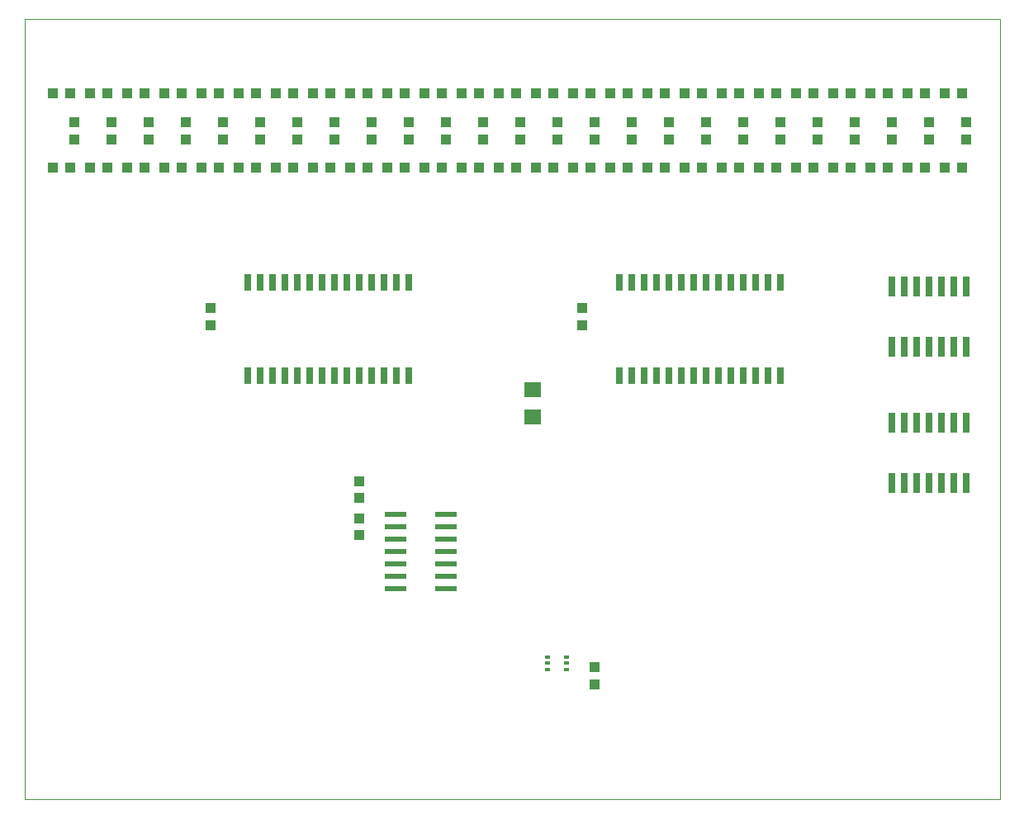
<source format=gtp>
G75*
%MOIN*%
%OFA0B0*%
%FSLAX25Y25*%
%IPPOS*%
%LPD*%
%AMOC8*
5,1,8,0,0,1.08239X$1,22.5*
%
%ADD10C,0.00000*%
%ADD11R,0.04252X0.04134*%
%ADD12R,0.03937X0.04331*%
%ADD13R,0.02559X0.06693*%
%ADD14R,0.02600X0.08000*%
%ADD15R,0.07098X0.06299*%
%ADD16R,0.04331X0.03937*%
%ADD17R,0.08661X0.02362*%
%ADD18R,0.02362X0.01575*%
D10*
X0001000Y0001000D02*
X0001000Y0315961D01*
X0394701Y0315961D01*
X0394701Y0001000D01*
X0001000Y0001000D01*
D11*
X0231000Y0047555D03*
X0231000Y0054445D03*
X0226000Y0192555D03*
X0226000Y0199445D03*
X0231000Y0267555D03*
X0231000Y0274445D03*
X0216000Y0274445D03*
X0216000Y0267555D03*
X0201000Y0267555D03*
X0201000Y0274445D03*
X0186000Y0274445D03*
X0186000Y0267555D03*
X0171000Y0267555D03*
X0171000Y0274445D03*
X0156000Y0274445D03*
X0156000Y0267555D03*
X0141000Y0267555D03*
X0141000Y0274445D03*
X0126000Y0274445D03*
X0126000Y0267555D03*
X0111000Y0267555D03*
X0111000Y0274445D03*
X0096000Y0274445D03*
X0096000Y0267555D03*
X0081000Y0267555D03*
X0081000Y0274445D03*
X0066000Y0274445D03*
X0066000Y0267555D03*
X0051000Y0267555D03*
X0051000Y0274445D03*
X0036000Y0274445D03*
X0036000Y0267555D03*
X0021000Y0267555D03*
X0021000Y0274445D03*
X0076000Y0199445D03*
X0076000Y0192555D03*
X0246000Y0267555D03*
X0246000Y0274445D03*
X0261000Y0274445D03*
X0261000Y0267555D03*
X0276000Y0267555D03*
X0276000Y0274445D03*
X0291000Y0274445D03*
X0291000Y0267555D03*
X0306000Y0267555D03*
X0306000Y0274445D03*
X0321000Y0274445D03*
X0321000Y0267555D03*
X0336000Y0267555D03*
X0336000Y0274445D03*
X0351000Y0274445D03*
X0351000Y0267555D03*
X0366000Y0267555D03*
X0366000Y0274445D03*
X0381000Y0274445D03*
X0381000Y0267555D03*
D12*
X0379346Y0256000D03*
X0372654Y0256000D03*
X0364346Y0256000D03*
X0357654Y0256000D03*
X0349346Y0256000D03*
X0342654Y0256000D03*
X0334346Y0256000D03*
X0327654Y0256000D03*
X0319346Y0256000D03*
X0312654Y0256000D03*
X0304346Y0256000D03*
X0297654Y0256000D03*
X0289346Y0256000D03*
X0282654Y0256000D03*
X0274346Y0256000D03*
X0267654Y0256000D03*
X0259346Y0256000D03*
X0252654Y0256000D03*
X0244346Y0256000D03*
X0237654Y0256000D03*
X0229346Y0256000D03*
X0222654Y0256000D03*
X0214346Y0256000D03*
X0207654Y0256000D03*
X0199346Y0256000D03*
X0192654Y0256000D03*
X0184346Y0256000D03*
X0177654Y0256000D03*
X0169346Y0256000D03*
X0162654Y0256000D03*
X0154346Y0256000D03*
X0147654Y0256000D03*
X0139346Y0256000D03*
X0132654Y0256000D03*
X0124346Y0256000D03*
X0117654Y0256000D03*
X0109346Y0256000D03*
X0102654Y0256000D03*
X0094346Y0256000D03*
X0087654Y0256000D03*
X0079346Y0256000D03*
X0072654Y0256000D03*
X0064346Y0256000D03*
X0057654Y0256000D03*
X0049346Y0256000D03*
X0042654Y0256000D03*
X0034346Y0256000D03*
X0027654Y0256000D03*
X0019346Y0256000D03*
X0012654Y0256000D03*
X0012654Y0286000D03*
X0019346Y0286000D03*
X0027654Y0286000D03*
X0034346Y0286000D03*
X0042654Y0286000D03*
X0049346Y0286000D03*
X0057654Y0286000D03*
X0064346Y0286000D03*
X0072654Y0286000D03*
X0079346Y0286000D03*
X0087654Y0286000D03*
X0094346Y0286000D03*
X0102654Y0286000D03*
X0109346Y0286000D03*
X0117654Y0286000D03*
X0124346Y0286000D03*
X0132654Y0286000D03*
X0139346Y0286000D03*
X0147654Y0286000D03*
X0154346Y0286000D03*
X0162654Y0286000D03*
X0169346Y0286000D03*
X0177654Y0286000D03*
X0184346Y0286000D03*
X0192654Y0286000D03*
X0199346Y0286000D03*
X0207654Y0286000D03*
X0214346Y0286000D03*
X0222654Y0286000D03*
X0229346Y0286000D03*
X0237654Y0286000D03*
X0244346Y0286000D03*
X0252654Y0286000D03*
X0259346Y0286000D03*
X0267654Y0286000D03*
X0274346Y0286000D03*
X0282654Y0286000D03*
X0289346Y0286000D03*
X0297654Y0286000D03*
X0304346Y0286000D03*
X0312654Y0286000D03*
X0319346Y0286000D03*
X0327654Y0286000D03*
X0334346Y0286000D03*
X0342654Y0286000D03*
X0349346Y0286000D03*
X0357654Y0286000D03*
X0364346Y0286000D03*
X0372654Y0286000D03*
X0379346Y0286000D03*
D13*
X0306000Y0209819D03*
X0301000Y0209819D03*
X0296000Y0209819D03*
X0291000Y0209819D03*
X0286000Y0209819D03*
X0281000Y0209819D03*
X0276000Y0209819D03*
X0271000Y0209819D03*
X0266000Y0209819D03*
X0261000Y0209819D03*
X0256000Y0209819D03*
X0251000Y0209819D03*
X0246000Y0209819D03*
X0241000Y0209819D03*
X0241000Y0172181D03*
X0246000Y0172181D03*
X0251000Y0172181D03*
X0256000Y0172181D03*
X0261000Y0172181D03*
X0266000Y0172181D03*
X0271000Y0172181D03*
X0276000Y0172181D03*
X0281000Y0172181D03*
X0286000Y0172181D03*
X0291000Y0172181D03*
X0296000Y0172181D03*
X0301000Y0172181D03*
X0306000Y0172181D03*
X0156000Y0172181D03*
X0151000Y0172181D03*
X0146000Y0172181D03*
X0141000Y0172181D03*
X0136000Y0172181D03*
X0131000Y0172181D03*
X0126000Y0172181D03*
X0121000Y0172181D03*
X0116000Y0172181D03*
X0111000Y0172181D03*
X0106000Y0172181D03*
X0101000Y0172181D03*
X0096000Y0172181D03*
X0091000Y0172181D03*
X0091000Y0209819D03*
X0096000Y0209819D03*
X0101000Y0209819D03*
X0106000Y0209819D03*
X0111000Y0209819D03*
X0116000Y0209819D03*
X0121000Y0209819D03*
X0126000Y0209819D03*
X0131000Y0209819D03*
X0136000Y0209819D03*
X0141000Y0209819D03*
X0146000Y0209819D03*
X0151000Y0209819D03*
X0156000Y0209819D03*
D14*
X0351000Y0208100D03*
X0356000Y0208100D03*
X0361000Y0208100D03*
X0366000Y0208100D03*
X0371000Y0208100D03*
X0376000Y0208100D03*
X0381000Y0208100D03*
X0381000Y0183900D03*
X0376000Y0183900D03*
X0371000Y0183900D03*
X0366000Y0183900D03*
X0361000Y0183900D03*
X0356000Y0183900D03*
X0351000Y0183900D03*
X0351000Y0153100D03*
X0356000Y0153100D03*
X0361000Y0153100D03*
X0366000Y0153100D03*
X0371000Y0153100D03*
X0376000Y0153100D03*
X0381000Y0153100D03*
X0381000Y0128900D03*
X0376000Y0128900D03*
X0371000Y0128900D03*
X0366000Y0128900D03*
X0361000Y0128900D03*
X0356000Y0128900D03*
X0351000Y0128900D03*
D15*
X0206000Y0155402D03*
X0206000Y0166598D03*
D16*
X0136000Y0129346D03*
X0136000Y0122654D03*
X0136000Y0114346D03*
X0136000Y0107654D03*
D17*
X0150764Y0106000D03*
X0150764Y0101000D03*
X0150764Y0096000D03*
X0150764Y0091000D03*
X0150764Y0086000D03*
X0171236Y0086000D03*
X0171236Y0091000D03*
X0171236Y0096000D03*
X0171236Y0101000D03*
X0171236Y0106000D03*
X0171236Y0111000D03*
X0171236Y0116000D03*
X0150764Y0116000D03*
X0150764Y0111000D03*
D18*
X0212260Y0058559D03*
X0212260Y0056000D03*
X0212260Y0053441D03*
X0219740Y0053441D03*
X0219740Y0056000D03*
X0219740Y0058559D03*
M02*

</source>
